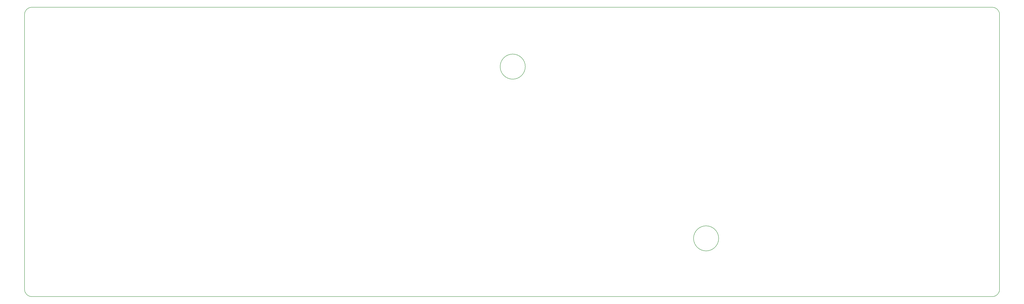
<source format=gm1>
%TF.GenerationSoftware,KiCad,Pcbnew,(6.99.0-5337-gc57e6db79a-dirty)*%
%TF.CreationDate,2023-01-23T18:05:37-05:00*%
%TF.ProjectId,at101w,61743130-3177-42e6-9b69-6361645f7063,rev?*%
%TF.SameCoordinates,Original*%
%TF.FileFunction,Profile,NP*%
%FSLAX46Y46*%
G04 Gerber Fmt 4.6, Leading zero omitted, Abs format (unit mm)*
G04 Created by KiCad (PCBNEW (6.99.0-5337-gc57e6db79a-dirty)) date 2023-01-23 18:05:37*
%MOMM*%
%LPD*%
G01*
G04 APERTURE LIST*
%TA.AperFunction,Profile*%
%ADD10C,0.150000*%
%TD*%
G04 APERTURE END LIST*
D10*
X10318745Y-136921875D02*
G75*
G03*
X13493750Y-140096875I3175005J5D01*
G01*
X10318750Y-136921875D02*
X10318750Y-15081250D01*
X437554688Y-140096875D02*
X13493750Y-140096875D01*
X231775000Y-38199219D02*
G75*
G03*
X231775000Y-38199219I-5556250J0D01*
G01*
X441523438Y-15081250D02*
X441523438Y-136921875D01*
X13493750Y-11906250D02*
G75*
G03*
X10318750Y-15081250I0J-3175000D01*
G01*
X437554687Y-140096875D02*
X438348437Y-140096875D01*
X441523450Y-15081250D02*
G75*
G03*
X438348438Y-11906250I-3175050J-50D01*
G01*
X438348438Y-140096938D02*
G75*
G03*
X441523438Y-136921875I-38J3175038D01*
G01*
X438348438Y-11906250D02*
X13493750Y-11906250D01*
X317301563Y-114300000D02*
G75*
G03*
X317301563Y-114300000I-5556250J0D01*
G01*
M02*

</source>
